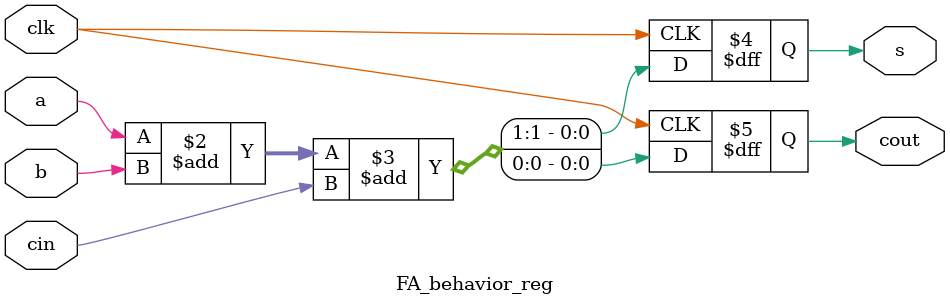
<source format=v>
module FA_behavior_reg(input clk, a, b, cin,  output reg s, output reg cout);
	always @(posedge clk)begin
		{s, cout} <= a + b + cin;
	end
endmodule
</source>
